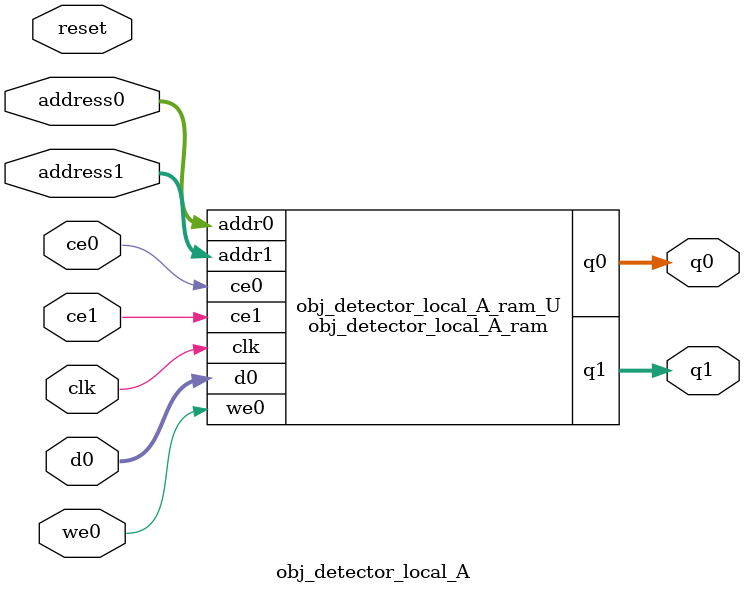
<source format=v>

`timescale 1 ns / 1 ps
module obj_detector_local_A_ram (addr0, ce0, d0, we0, q0, addr1, ce1, q1,  clk);

parameter DWIDTH = 32;
parameter AWIDTH = 10;
parameter MEM_SIZE = 784;

input[AWIDTH-1:0] addr0;
input ce0;
input[DWIDTH-1:0] d0;
input we0;
output reg[DWIDTH-1:0] q0;
input[AWIDTH-1:0] addr1;
input ce1;
output reg[DWIDTH-1:0] q1;
input clk;

(* ram_style = "block" *)reg [DWIDTH-1:0] ram[MEM_SIZE-1:0];




always @(posedge clk)  
begin 
    if (ce0) 
    begin
        if (we0) 
        begin 
            ram[addr0] <= d0; 
            q0 <= d0;
        end 
        else 
            q0 <= ram[addr0];
    end
end


always @(posedge clk)  
begin 
    if (ce1) 
    begin
            q1 <= ram[addr1];
    end
end


endmodule


`timescale 1 ns / 1 ps
module obj_detector_local_A(
    reset,
    clk,
    address0,
    ce0,
    we0,
    d0,
    q0,
    address1,
    ce1,
    q1);

parameter DataWidth = 32'd32;
parameter AddressRange = 32'd784;
parameter AddressWidth = 32'd10;
input reset;
input clk;
input[AddressWidth - 1:0] address0;
input ce0;
input we0;
input[DataWidth - 1:0] d0;
output[DataWidth - 1:0] q0;
input[AddressWidth - 1:0] address1;
input ce1;
output[DataWidth - 1:0] q1;



obj_detector_local_A_ram obj_detector_local_A_ram_U(
    .clk( clk ),
    .addr0( address0 ),
    .ce0( ce0 ),
    .d0( d0 ),
    .we0( we0 ),
    .q0( q0 ),
    .addr1( address1 ),
    .ce1( ce1 ),
    .q1( q1 ));

endmodule


</source>
